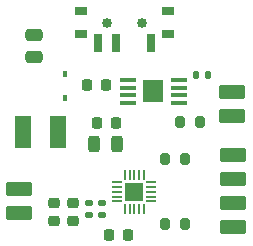
<source format=gbr>
%TF.GenerationSoftware,KiCad,Pcbnew,(6.0.9-0)*%
%TF.CreationDate,2023-01-04T12:54:03-08:00*%
%TF.ProjectId,TMC2300-BOB v1.0,544d4332-3330-4302-9d42-4f422076312e,rev?*%
%TF.SameCoordinates,Original*%
%TF.FileFunction,Soldermask,Top*%
%TF.FilePolarity,Negative*%
%FSLAX46Y46*%
G04 Gerber Fmt 4.6, Leading zero omitted, Abs format (unit mm)*
G04 Created by KiCad (PCBNEW (6.0.9-0)) date 2023-01-04 12:54:03*
%MOMM*%
%LPD*%
G01*
G04 APERTURE LIST*
G04 Aperture macros list*
%AMRoundRect*
0 Rectangle with rounded corners*
0 $1 Rounding radius*
0 $2 $3 $4 $5 $6 $7 $8 $9 X,Y pos of 4 corners*
0 Add a 4 corners polygon primitive as box body*
4,1,4,$2,$3,$4,$5,$6,$7,$8,$9,$2,$3,0*
0 Add four circle primitives for the rounded corners*
1,1,$1+$1,$2,$3*
1,1,$1+$1,$4,$5*
1,1,$1+$1,$6,$7*
1,1,$1+$1,$8,$9*
0 Add four rect primitives between the rounded corners*
20,1,$1+$1,$2,$3,$4,$5,0*
20,1,$1+$1,$4,$5,$6,$7,0*
20,1,$1+$1,$6,$7,$8,$9,0*
20,1,$1+$1,$8,$9,$2,$3,0*%
G04 Aperture macros list end*
%ADD10RoundRect,0.243750X0.243750X0.456250X-0.243750X0.456250X-0.243750X-0.456250X0.243750X-0.456250X0*%
%ADD11RoundRect,0.218750X0.218750X0.256250X-0.218750X0.256250X-0.218750X-0.256250X0.218750X-0.256250X0*%
%ADD12RoundRect,0.218750X-0.256250X0.218750X-0.256250X-0.218750X0.256250X-0.218750X0.256250X0.218750X0*%
%ADD13RoundRect,0.200000X-0.200000X-0.275000X0.200000X-0.275000X0.200000X0.275000X-0.200000X0.275000X0*%
%ADD14RoundRect,0.135000X0.185000X-0.135000X0.185000X0.135000X-0.185000X0.135000X-0.185000X-0.135000X0*%
%ADD15RoundRect,0.225000X0.250000X-0.225000X0.250000X0.225000X-0.250000X0.225000X-0.250000X-0.225000X0*%
%ADD16RoundRect,0.050000X-0.050000X0.375000X-0.050000X-0.375000X0.050000X-0.375000X0.050000X0.375000X0*%
%ADD17RoundRect,0.050000X-0.375000X0.050000X-0.375000X-0.050000X0.375000X-0.050000X0.375000X0.050000X0*%
%ADD18R,1.650000X1.650000*%
%ADD19RoundRect,0.312500X-0.812500X-0.312500X0.812500X-0.312500X0.812500X0.312500X-0.812500X0.312500X0*%
%ADD20C,0.850000*%
%ADD21R,1.000000X0.800000*%
%ADD22R,0.700000X1.500000*%
%ADD23RoundRect,0.250000X-0.475000X0.250000X-0.475000X-0.250000X0.475000X-0.250000X0.475000X0.250000X0*%
%ADD24R,0.450000X0.600000*%
%ADD25RoundRect,0.225000X0.225000X0.250000X-0.225000X0.250000X-0.225000X-0.250000X0.225000X-0.250000X0*%
%ADD26RoundRect,0.135000X-0.135000X-0.185000X0.135000X-0.185000X0.135000X0.185000X-0.135000X0.185000X0*%
%ADD27R,1.450000X2.700000*%
%ADD28RoundRect,0.100000X0.612500X0.100000X-0.612500X0.100000X-0.612500X-0.100000X0.612500X-0.100000X0*%
%ADD29R,1.730000X1.850000*%
G04 APERTURE END LIST*
D10*
%TO.C,C1*%
X10233900Y8915400D03*
X8358900Y8915400D03*
%TD*%
D11*
%TO.C,C2*%
X10185500Y10718800D03*
X8610500Y10718800D03*
%TD*%
%TO.C,C3*%
X11176100Y1270000D03*
X9601100Y1270000D03*
%TD*%
D12*
%TO.C,C4*%
X6578600Y3962500D03*
X6578600Y2387500D03*
%TD*%
D13*
%TO.C,R1*%
X14364200Y7696200D03*
X16014200Y7696200D03*
%TD*%
%TO.C,R2*%
X14376400Y2184400D03*
X16026400Y2184400D03*
%TD*%
D14*
%TO.C,R3*%
X7899400Y2919000D03*
X7899400Y3939000D03*
%TD*%
%TO.C,R4*%
X9017000Y2917000D03*
X9017000Y3937000D03*
%TD*%
D15*
%TO.C,C5*%
X4950000Y2400000D03*
X4950000Y3950000D03*
%TD*%
D16*
%TO.C,IC1*%
X12530000Y6330000D03*
X12130000Y6330000D03*
X11730000Y6330000D03*
X11330000Y6330000D03*
X10930000Y6330000D03*
D17*
X10280000Y5680000D03*
X10280000Y5280000D03*
X10280000Y4880000D03*
X10280000Y4480000D03*
X10280000Y4080000D03*
D16*
X10930000Y3430000D03*
X11330000Y3430000D03*
X11730000Y3430000D03*
X12130000Y3430000D03*
X12530000Y3430000D03*
D17*
X13180000Y4080000D03*
X13180000Y4480000D03*
X13180000Y4880000D03*
X13180000Y5280000D03*
X13180000Y5680000D03*
D18*
X11730000Y4880000D03*
%TD*%
D19*
%TO.C,J3*%
X20040600Y13335000D03*
X20040600Y11303000D03*
%TD*%
D20*
%TO.C,SW2*%
X12400000Y19210000D03*
D21*
X14550000Y20210000D03*
X14550000Y18210000D03*
X7250000Y20210000D03*
D20*
X9400000Y19210000D03*
D21*
X7250000Y18210000D03*
D22*
X8650000Y17460000D03*
X10150000Y17460000D03*
X13150000Y17460000D03*
%TD*%
D23*
%TO.C,C7*%
X3280000Y18190000D03*
X3280000Y16290000D03*
%TD*%
D24*
%TO.C,D1*%
X5900000Y14900000D03*
X5900000Y12800000D03*
%TD*%
D19*
%TO.C,J1*%
X20131800Y8042000D03*
X20131800Y6010000D03*
X20131800Y3978000D03*
X20131800Y1946000D03*
%TD*%
D25*
%TO.C,C6*%
X9300000Y13900000D03*
X7750000Y13900000D03*
%TD*%
D13*
%TO.C,R6*%
X15608800Y10769600D03*
X17258800Y10769600D03*
%TD*%
D26*
%TO.C,R5*%
X16990600Y14757400D03*
X18010600Y14757400D03*
%TD*%
D27*
%TO.C,L1*%
X5236500Y9925000D03*
X2286500Y9925000D03*
%TD*%
D28*
%TO.C,U2*%
X15522900Y12410800D03*
X15522900Y13060800D03*
X15522900Y13710800D03*
X15522900Y14360800D03*
X11197900Y14360800D03*
X11197900Y13710800D03*
X11197900Y13060800D03*
X11197900Y12410800D03*
D29*
X13360400Y13385800D03*
%TD*%
D19*
%TO.C,J2*%
X2000000Y5100000D03*
X2000000Y3068000D03*
%TD*%
M02*

</source>
